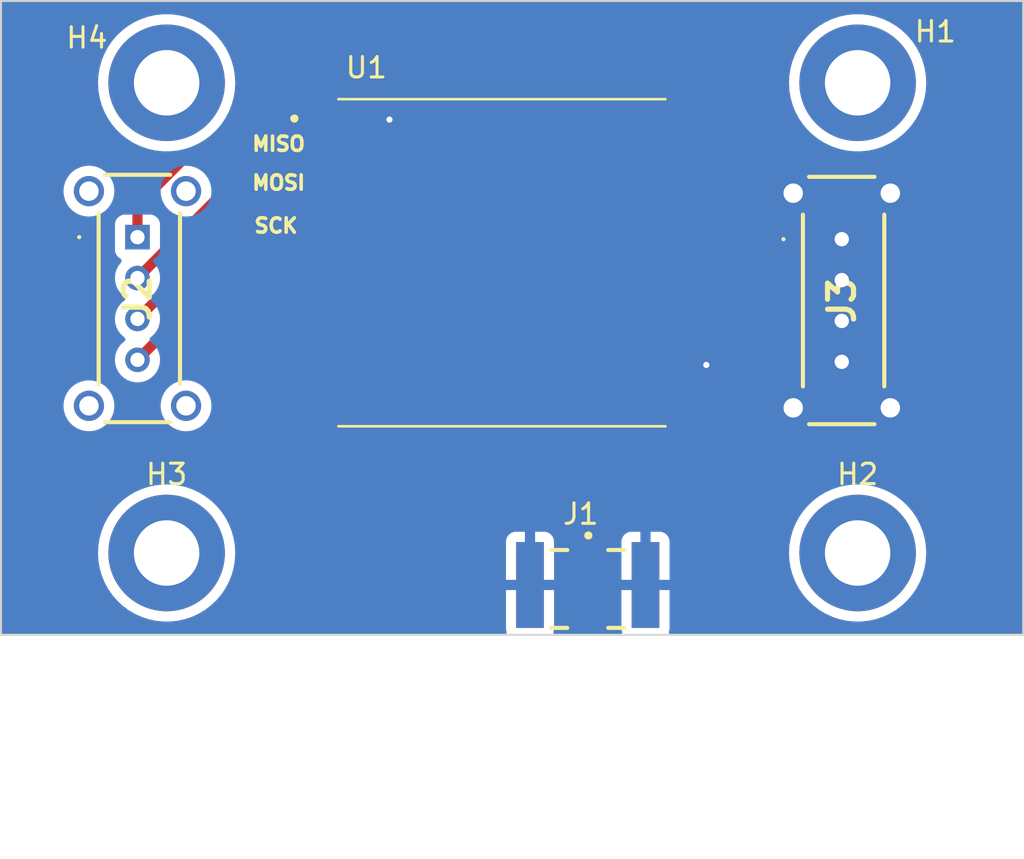
<source format=kicad_pcb>
(kicad_pcb (version 20221018) (generator pcbnew)
  (layers (0 "F.Cu" signal) (31 "B.Cu" power) (34 "B.Paste" user) (35 "F.Paste" user) (36 "B.SilkS" user "B.Silkscreen") (37 "F.SilkS" user "F.Silkscreen") (38 "B.Mask" user) (39 "F.Mask" user) (44 "Edge.Cuts" user))
  (net 0 "")
  (net 1 "Net-(U1-ANT)")
  (net 2 "GND")
  (net 3 "/MISO")
  (net 4 "/MOSI")
  (net 5 "/SCK")
  (net 6 "/NSS")
  (net 11 "+3.3V")
  (footprint "MountingHole:MountingHole_3.2mm_M3_ISO7380_Pad_TopBottom" (layer "F.Cu") (at 153 105.3)
    (fp_text reference "H2" (at 0 -3.85) (layer "F.SilkS"))
    (fp_text value "MountingHole_Pad" hide)
    (pad "1" thru_hole circle (at 0 0) (size 3.6 3.6) (drill 3.2) (layers "*.Cu" "*.Mask"))
    (pad "1" connect circle (at 0 0) (size 5.7 5.7) (layers "F.Cu" "F.Mask"))
    (pad "1" connect circle (at 0 0) (size 5.7 5.7) (layers "B.Cu" "B.Mask"))
  )
  (footprint "KiCad:M808770405" (layer "F.Cu") (at 117.775 89.85 90)
    (fp_text reference "J2" (at -3 0 90) (layer "F.SilkS") (effects (font (size 1.27 1.27) (thickness 0.254))))
    (fp_text value "M80-8770405" hide)
    (fp_line (start -9.05 1.6) (end -9.05 -1.6) (stroke (width 0.2)) (layer "F.SilkS"))
    (fp_line (start 0 -2.9) (end 0 -2.9) (stroke (width 0.1)) (layer "F.SilkS"))
    (fp_line (start 0 -2.8) (end 0 -2.8) (stroke (width 0.1)) (layer "F.SilkS"))
    (fp_line (start 1.2 -1.9) (end -7.2 -1.9) (stroke (width 0.2)) (layer "F.SilkS"))
    (fp_line (start 1.2 2.08) (end -7.2 2.08) (stroke (width 0.2)) (layer "F.SilkS"))
    (fp_line (start 3.05 -1.6) (end 3.05 1.6) (stroke (width 0.2)) (layer "F.SilkS"))
    (fp_arc (start 0 -2.9) (mid 0.05 -2.85) (end 0 -2.8) (stroke (width 0.1)) (layer "F.SilkS"))
    (fp_arc (start 0 -2.8) (mid -0.05 -2.85) (end 0 -2.9) (stroke (width 0.1)) (layer "F.SilkS"))
    (pad "1" thru_hole rect (at 0 0 90) (size 1.2 1.2) (drill 0.7) (layers "*.Cu" "*.Mask") (net 3 "/MISO"))
    (pad "2" thru_hole circle (at -2 0 90) (size 1.2 1.2) (drill 0.7) (layers "*.Cu" "*.Mask") (net 4 "/MOSI"))
    (pad "3" thru_hole circle (at -4 0 90) (size 1.2 1.2) (drill 0.7) (layers "*.Cu" "*.Mask") (net 5 "/SCK"))
    (pad "4" thru_hole circle (at -6 0 90) (size 1.2 1.2) (drill 0.7) (layers "*.Cu" "*.Mask") (net 6 "/NSS"))
    (pad "MH1" thru_hole circle (at 2.25 -2.375 90) (size 1.478 1.478) (drill 0.95) (layers "*.Cu" "*.Mask"))
    (pad "MH2" thru_hole circle (at 2.25 2.375 90) (size 1.478 1.478) (drill 0.95) (layers "*.Cu" "*.Mask"))
    (pad "MH3" thru_hole circle (at -8.25 2.375 90) (size 1.478 1.478) (drill 0.95) (layers "*.Cu" "*.Mask"))
    (pad "MH4" thru_hole circle (at -8.25 -2.375 90) (size 1.478 1.478) (drill 0.95) (layers "*.Cu" "*.Mask"))
  )
  (footprint "RFM95W-915S2:XCVR_RFM95W-915S2" (layer "F.Cu") (at 135.6 91.1)
    (fp_text reference "U1" (at -6.63079 -9.54026) (layer "F.SilkS"))
    (fp_text value "RFM95W-915S2")
    (fp_line (start -8 -8) (end 8 -8) (stroke (width 0.127)) (layer "F.SilkS"))
    (fp_line (start -8 8) (end 8 8) (stroke (width 0.127)) (layer "F.SilkS"))
    (fp_circle (center -10.15 -7.05) (end -10.05 -7.05) (stroke (width 0.2)) (fill none) (layer "F.SilkS"))
    (pad "1" smd rect (at -7.7 -7) (size 3 1.4) (layers "F.Cu" "F.Paste" "F.Mask") (net 2 "GND"))
    (pad "2" smd rect (at -7.7 -5) (size 3 1.4) (layers "F.Cu" "F.Paste" "F.Mask") (net 3 "/MISO"))
    (pad "3" smd rect (at -7.7 -3) (size 3 1.4) (layers "F.Cu" "F.Paste" "F.Mask") (net 4 "/MOSI"))
    (pad "4" smd rect (at -7.7 -1) (size 3 1.4) (layers "F.Cu" "F.Paste" "F.Mask") (net 5 "/SCK"))
    (pad "5" smd rect (at -7.7 1) (size 3 1.4) (layers "F.Cu" "F.Paste" "F.Mask") (net 6 "/NSS"))
    (pad "6" smd rect (at -7.7 3) (size 3 1.4) (layers "F.Cu" "F.Paste" "F.Mask"))
    (pad "7" smd rect (at -7.7 5) (size 3 1.4) (layers "F.Cu" "F.Paste" "F.Mask"))
    (pad "8" smd rect (at -7.7 7) (size 3 1.4) (layers "F.Cu" "F.Paste" "F.Mask") (net 2 "GND"))
    (pad "9" smd rect (at 7.7 7) (size 3 1.4) (layers "F.Cu" "F.Paste" "F.Mask") (net 1 "Net-(U1-ANT)"))
    (pad "10" smd rect (at 7.7 5) (size 3 1.4) (layers "F.Cu" "F.Paste" "F.Mask") (net 2 "GND"))
    (pad "11" smd rect (at 7.7 3) (size 3 1.4) (layers "F.Cu" "F.Paste" "F.Mask"))
    (pad "12" smd rect (at 7.7 1) (size 3 1.4) (layers "F.Cu" "F.Paste" "F.Mask"))
    (pad "13" smd rect (at 7.7 -1) (size 3 1.4) (layers "F.Cu" "F.Paste" "F.Mask") (net 11 "+3.3V"))
    (pad "14" smd rect (at 7.7 -3) (size 3 1.4) (layers "F.Cu" "F.Paste" "F.Mask"))
    (pad "15" smd rect (at 7.7 -5) (size 3 1.4) (layers "F.Cu" "F.Paste" "F.Mask"))
    (pad "16" smd rect (at 7.7 -7) (size 3 1.4) (layers "F.Cu" "F.Paste" "F.Mask"))
  )
  (footprint "SMA-J-P-H-ST-EM1:SAMTEC_SMA-J-P-H-ST-EM1" (layer "F.Cu") (at 139.8 107.0625)
    (fp_text reference "J1" (at -0.34105 -3.66967) (layer "F.SilkS"))
    (fp_text value "SMA-J-P-H-ST-EM1")
    (fp_line (start -1.8 -1.91) (end -1 -1.91) (stroke (width 0.2)) (layer "F.SilkS"))
    (fp_line (start -1.8 1.9) (end -1 1.9) (stroke (width 0.2)) (layer "F.SilkS"))
    (fp_line (start 1 -1.91) (end 1.8 -1.91) (stroke (width 0.2)) (layer "F.SilkS"))
    (fp_line (start 1 1.9) (end 1.8 1.9) (stroke (width 0.2)) (layer "F.SilkS"))
    (fp_circle (center 0.03 -2.62) (end 0.13 -2.62) (stroke (width 0.2)) (fill none) (layer "F.SilkS"))
    (pad "1" smd rect (at 0 0) (size 1.27 3.6) (layers "F.Cu" "F.Paste" "F.Mask") (net 1 "Net-(U1-ANT)"))
    (pad "2_1" smd rect (at -2.825 -0.2) (size 1.35 4.2) (layers "F.Cu" "F.Paste" "F.Mask") (net 2 "GND"))
    (pad "2_2" smd rect (at -2.825 -0.2) (size 1.35 4.2) (layers "B.Cu" "B.Paste" "B.Mask") (net 2 "GND"))
    (pad "3_1" smd rect (at 2.825 -0.2) (size 1.35 4.2) (layers "F.Cu" "F.Paste" "F.Mask") (net 2 "GND"))
    (pad "3_2" smd rect (at 2.825 -0.2) (size 1.35 4.2) (layers "B.Cu" "B.Paste" "B.Mask") (net 2 "GND"))
  )
  (footprint "MountingHole:MountingHole_3.2mm_M3_ISO7380_Pad_TopBottom" (layer "F.Cu") (at 119.2 105.3)
    (fp_text reference "H3" (at 0 -3.85) (layer "F.SilkS"))
    (fp_text value "MountingHole_Pad" hide)
    (pad "1" thru_hole circle (at 0 0) (size 3.6 3.6) (drill 3.2) (layers "*.Cu" "*.Mask"))
    (pad "1" connect circle (at 0 0) (size 5.7 5.7) (layers "F.Cu" "F.Mask"))
    (pad "1" connect circle (at 0 0) (size 5.7 5.7) (layers "B.Cu" "B.Mask"))
  )
  (footprint "MountingHole:MountingHole_3.2mm_M3_ISO7380_Pad_TopBottom" (layer "F.Cu") (at 119.2 82.3)
    (fp_text reference "H4" (at -3.9 -2.2) (layer "F.SilkS"))
    (fp_text value "MountingHole_Pad" hide)
    (pad "1" thru_hole circle (at 0 0) (size 3.6 3.6) (drill 3.2) (layers "*.Cu" "*.Mask"))
    (pad "1" connect circle (at 0 0) (size 5.7 5.7) (layers "F.Cu" "F.Mask"))
    (pad "1" connect circle (at 0 0) (size 5.7 5.7) (layers "B.Cu" "B.Mask"))
  )
  (footprint "KiCad:M808770405" (layer "F.Cu") (at 152.225 89.95 90)
    (fp_text reference "J3" (at -3 0 90) (layer "F.SilkS") (effects (font (size 1.27 1.27) (thickness 0.254))))
    (fp_text value "M80-8770405" hide)
    (fp_line (start -9.05 1.6) (end -9.05 -1.6) (stroke (width 0.2)) (layer "F.SilkS"))
    (fp_line (start 0 -2.9) (end 0 -2.9) (stroke (width 0.1)) (layer "F.SilkS"))
    (fp_line (start 0 -2.8) (end 0 -2.8) (stroke (width 0.1)) (layer "F.SilkS"))
    (fp_line (start 1.2 -1.9) (end -7.2 -1.9) (stroke (width 0.2)) (layer "F.SilkS"))
    (fp_line (start 1.2 2.08) (end -7.2 2.08) (stroke (width 0.2)) (layer "F.SilkS"))
    (fp_line (start 3.05 -1.6) (end 3.05 1.6) (stroke (width 0.2)) (layer "F.SilkS"))
    (fp_arc (start 0 -2.9) (mid 0.05 -2.85) (end 0 -2.8) (stroke (width 0.1)) (layer "F.SilkS"))
    (fp_arc (start 0 -2.8) (mid -0.05 -2.85) (end 0 -2.9) (stroke (width 0.1)) (layer "F.SilkS"))
    (pad "1" thru_hole rect (at 0 0 90) (size 1.2 1.2) (drill 0.7) (layers "*.Cu" "*.Mask"))
    (pad "2" thru_hole circle (at -2 0 90) (size 1.2 1.2) (drill 0.7) (layers "*.Cu" "*.Mask"))
    (pad "3" thru_hole circle (at -4 0 90) (size 1.2 1.2) (drill 0.7) (layers "*.Cu" "*.Mask") (net 11 "+3.3V"))
    (pad "4" thru_hole circle (at -6 0 90) (size 1.2 1.2) (drill 0.7) (layers "*.Cu" "*.Mask") (net 2 "GND"))
    (pad "MH1" thru_hole circle (at 2.25 -2.375 90) (size 1.478 1.478) (drill 0.95) (layers "*.Cu" "*.Mask"))
    (pad "MH2" thru_hole circle (at 2.25 2.375 90) (size 1.478 1.478) (drill 0.95) (layers "*.Cu" "*.Mask"))
    (pad "MH3" thru_hole circle (at -8.25 2.375 90) (size 1.478 1.478) (drill 0.95) (layers "*.Cu" "*.Mask"))
    (pad "MH4" thru_hole circle (at -8.25 -2.375 90) (size 1.478 1.478) (drill 0.95) (layers "*.Cu" "*.Mask"))
  )
  (footprint "MountingHole:MountingHole_3.2mm_M3_ISO7380_Pad_TopBottom" (layer "F.Cu") (at 153 82.3)
    (fp_text reference "H1" (at 3.8 -2.5) (layer "F.SilkS"))
    (fp_text value "MountingHole_Pad" hide)
    (pad "1" thru_hole circle (at 0 0) (size 3.6 3.6) (drill 3.2) (layers "*.Cu" "*.Mask"))
    (pad "1" connect circle (at 0 0) (size 5.7 5.7) (layers "F.Cu" "F.Mask"))
    (pad "1" connect circle (at 0 0) (size 5.7 5.7) (layers "B.Cu" "B.Mask"))
  )
  (gr_line (start 161.1 109.3) (end 161.1 78.3) (stroke (width 0.1)) (layer "Edge.Cuts"))
  (gr_line (start 111.1 78.3) (end 111.1 109.3) (stroke (width 0.1)) (layer "Edge.Cuts"))
  (gr_line (start 161.1 78.3) (end 111.1 78.3) (stroke (width 0.1)) (layer "Edge.Cuts"))
  (gr_line (start 111.1 109.3) (end 161.1 109.3) (stroke (width 0.1)) (layer "Edge.Cuts"))
  (gr_text "MISO" (at 123.3 85.7) (layer "F.SilkS") (effects (font (size 0.7 0.7) (thickness 0.175) bold) (justify left bottom)))
  (gr_text "MOSI" (at 123.3 87.6) (layer "F.SilkS") (effects (font (size 0.7 0.7) (thickness 0.175) bold) (justify left bottom)))
  (gr_text "SCK" (at 123.4 89.7) (layer "F.SilkS") (effects (font (size 0.7 0.7) (thickness 0.175) bold) (justify left bottom)))
  (segment (start 143.3 98.1) (end 139.8 101.6) (width 0.5) (layer "F.Cu") (net 1))
  (segment (start 139.8 101.6) (end 139.8 107.0625) (width 0.5) (layer "F.Cu") (net 1))
  (segment (start 127.9 84.1) (end 130.1 84.1) (width 0.3) (layer "F.Cu") (net 2))
  (segment (start 143.3 96.1) (end 145.6 96.1) (width 0.3) (layer "F.Cu") (net 2))
  (via (at 130.1 84.1) (size 0.7) (drill 0.3) (layers "F.Cu" "B.Cu") (net 2))
  (via (at 145.6 96.1) (size 0.7) (drill 0.3) (layers "F.Cu" "B.Cu") (net 2))
  (segment (start 119.9685 86.1) (end 117.775 88.2935) (width 0.5) (layer "F.Cu") (net 3))
  (segment (start 117.775 88.2935) (end 117.775 89.85) (width 0.5) (layer "F.Cu") (net 3))
  (segment (start 127.9 86.1) (end 119.9685 86.1) (width 0.5) (layer "F.Cu") (net 3))
  (segment (start 127.9 88.1) (end 121.525 88.1) (width 0.5) (layer "F.Cu") (net 4))
  (segment (start 121.525 88.1) (end 117.775 91.85) (width 0.5) (layer "F.Cu") (net 4))
  (segment (start 127.9 90.1) (end 121.525 90.1) (width 0.5) (layer "F.Cu") (net 5))
  (segment (start 121.525 90.1) (end 117.775 93.85) (width 0.5) (layer "F.Cu") (net 5))
  (segment (start 127.9 92.1) (end 121.525 92.1) (width 0.5) (layer "F.Cu") (net 6))
  (segment (start 121.525 92.1) (end 117.775 95.85) (width 0.5) (layer "F.Cu") (net 6))
  (zone (net 2) (net_name "GND") (layer "B.Cu") (connect_pads (clearance 0.5)) (min_thickness 0.25) (fill yes (thermal_gap 0.5) (thermal_bridge_width 0.5))
    (polygon (pts (xy 111.1 78.3) (xy 111.1 109.3) (xy 161.1 109.3) (xy 161.1 78.3)))
  )
)
</source>
